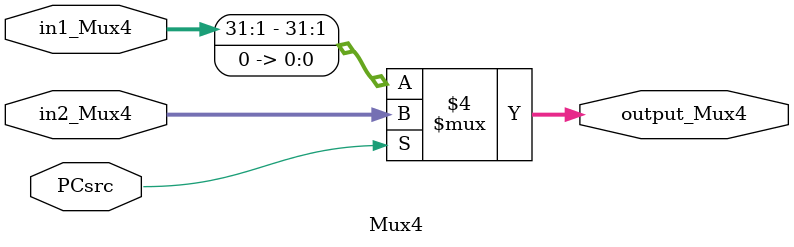
<source format=v>


`timescale 1ns/10ps

module Mux4 (
    PCsrc,
    in1_Mux4,
    in2_Mux4,
    output_Mux4
);


input [0:0] PCsrc;
input [31:0] in1_Mux4;
input [31:0] in2_Mux4;
output [31:0] output_Mux4;
reg [31:0] output_Mux4;




always @(in2_Mux4, in1_Mux4, PCsrc) begin: MUX4_BEHAVIOR_MUX4
    if ((PCsrc == 0)) begin
        output_Mux4 = {in1_Mux4[32-1:1], (0 != 0)};
    end
    else begin
        output_Mux4 = in2_Mux4;
    end
end

endmodule

</source>
